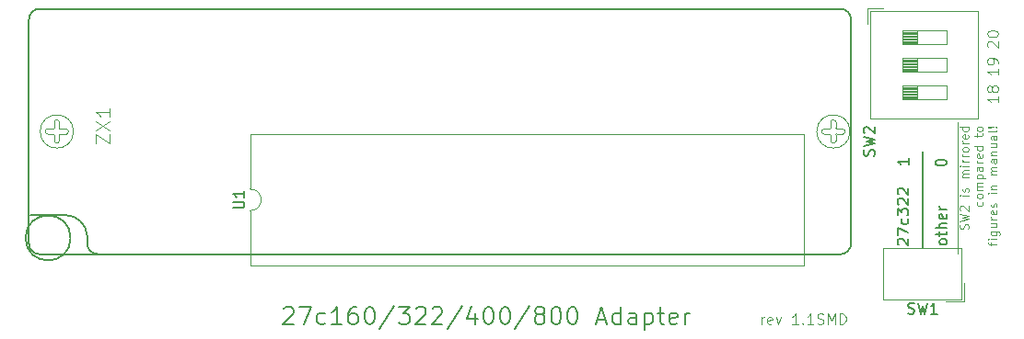
<source format=gbr>
%TF.GenerationSoftware,KiCad,Pcbnew,5.1.10*%
%TF.CreationDate,2022-01-31T09:35:24+01:00*%
%TF.ProjectId,27C160_Adapter,32374331-3630-45f4-9164-61707465722e,1.1SMD*%
%TF.SameCoordinates,Original*%
%TF.FileFunction,Legend,Top*%
%TF.FilePolarity,Positive*%
%FSLAX46Y46*%
G04 Gerber Fmt 4.6, Leading zero omitted, Abs format (unit mm)*
G04 Created by KiCad (PCBNEW 5.1.10) date 2022-01-31 09:35:24*
%MOMM*%
%LPD*%
G01*
G04 APERTURE LIST*
%ADD10C,0.100000*%
%ADD11C,0.150000*%
%ADD12C,0.134112*%
%ADD13C,0.081280*%
%ADD14C,0.101600*%
%ADD15C,0.203200*%
%ADD16C,0.120000*%
G04 APERTURE END LIST*
D10*
X193790000Y-95250000D02*
X193790000Y-107380000D01*
X194773809Y-105095000D02*
X194811904Y-104980714D01*
X194811904Y-104790238D01*
X194773809Y-104714047D01*
X194735714Y-104675952D01*
X194659523Y-104637857D01*
X194583333Y-104637857D01*
X194507142Y-104675952D01*
X194469047Y-104714047D01*
X194430952Y-104790238D01*
X194392857Y-104942619D01*
X194354761Y-105018809D01*
X194316666Y-105056904D01*
X194240476Y-105095000D01*
X194164285Y-105095000D01*
X194088095Y-105056904D01*
X194050000Y-105018809D01*
X194011904Y-104942619D01*
X194011904Y-104752142D01*
X194050000Y-104637857D01*
X194011904Y-104371190D02*
X194811904Y-104180714D01*
X194240476Y-104028333D01*
X194811904Y-103875952D01*
X194011904Y-103685476D01*
X194088095Y-103418809D02*
X194050000Y-103380714D01*
X194011904Y-103304523D01*
X194011904Y-103114047D01*
X194050000Y-103037857D01*
X194088095Y-102999761D01*
X194164285Y-102961666D01*
X194240476Y-102961666D01*
X194354761Y-102999761D01*
X194811904Y-103456904D01*
X194811904Y-102961666D01*
X194811904Y-102009285D02*
X194278571Y-102009285D01*
X194011904Y-102009285D02*
X194050000Y-102047380D01*
X194088095Y-102009285D01*
X194050000Y-101971190D01*
X194011904Y-102009285D01*
X194088095Y-102009285D01*
X194773809Y-101666428D02*
X194811904Y-101590238D01*
X194811904Y-101437857D01*
X194773809Y-101361666D01*
X194697619Y-101323571D01*
X194659523Y-101323571D01*
X194583333Y-101361666D01*
X194545238Y-101437857D01*
X194545238Y-101552142D01*
X194507142Y-101628333D01*
X194430952Y-101666428D01*
X194392857Y-101666428D01*
X194316666Y-101628333D01*
X194278571Y-101552142D01*
X194278571Y-101437857D01*
X194316666Y-101361666D01*
X194811904Y-100371190D02*
X194278571Y-100371190D01*
X194354761Y-100371190D02*
X194316666Y-100333095D01*
X194278571Y-100256904D01*
X194278571Y-100142619D01*
X194316666Y-100066428D01*
X194392857Y-100028333D01*
X194811904Y-100028333D01*
X194392857Y-100028333D02*
X194316666Y-99990238D01*
X194278571Y-99914047D01*
X194278571Y-99799761D01*
X194316666Y-99723571D01*
X194392857Y-99685476D01*
X194811904Y-99685476D01*
X194811904Y-99304523D02*
X194278571Y-99304523D01*
X194011904Y-99304523D02*
X194050000Y-99342619D01*
X194088095Y-99304523D01*
X194050000Y-99266428D01*
X194011904Y-99304523D01*
X194088095Y-99304523D01*
X194811904Y-98923571D02*
X194278571Y-98923571D01*
X194430952Y-98923571D02*
X194354761Y-98885476D01*
X194316666Y-98847380D01*
X194278571Y-98771190D01*
X194278571Y-98695000D01*
X194811904Y-98428333D02*
X194278571Y-98428333D01*
X194430952Y-98428333D02*
X194354761Y-98390238D01*
X194316666Y-98352142D01*
X194278571Y-98275952D01*
X194278571Y-98199761D01*
X194811904Y-97818809D02*
X194773809Y-97895000D01*
X194735714Y-97933095D01*
X194659523Y-97971190D01*
X194430952Y-97971190D01*
X194354761Y-97933095D01*
X194316666Y-97895000D01*
X194278571Y-97818809D01*
X194278571Y-97704523D01*
X194316666Y-97628333D01*
X194354761Y-97590238D01*
X194430952Y-97552142D01*
X194659523Y-97552142D01*
X194735714Y-97590238D01*
X194773809Y-97628333D01*
X194811904Y-97704523D01*
X194811904Y-97818809D01*
X194811904Y-97209285D02*
X194278571Y-97209285D01*
X194430952Y-97209285D02*
X194354761Y-97171190D01*
X194316666Y-97133095D01*
X194278571Y-97056904D01*
X194278571Y-96980714D01*
X194773809Y-96409285D02*
X194811904Y-96485476D01*
X194811904Y-96637857D01*
X194773809Y-96714047D01*
X194697619Y-96752142D01*
X194392857Y-96752142D01*
X194316666Y-96714047D01*
X194278571Y-96637857D01*
X194278571Y-96485476D01*
X194316666Y-96409285D01*
X194392857Y-96371190D01*
X194469047Y-96371190D01*
X194545238Y-96752142D01*
X194811904Y-95685476D02*
X194011904Y-95685476D01*
X194773809Y-95685476D02*
X194811904Y-95761666D01*
X194811904Y-95914047D01*
X194773809Y-95990238D01*
X194735714Y-96028333D01*
X194659523Y-96066428D01*
X194430952Y-96066428D01*
X194354761Y-96028333D01*
X194316666Y-95990238D01*
X194278571Y-95914047D01*
X194278571Y-95761666D01*
X194316666Y-95685476D01*
X196073809Y-102580714D02*
X196111904Y-102656904D01*
X196111904Y-102809285D01*
X196073809Y-102885476D01*
X196035714Y-102923571D01*
X195959523Y-102961666D01*
X195730952Y-102961666D01*
X195654761Y-102923571D01*
X195616666Y-102885476D01*
X195578571Y-102809285D01*
X195578571Y-102656904D01*
X195616666Y-102580714D01*
X196111904Y-102123571D02*
X196073809Y-102199761D01*
X196035714Y-102237857D01*
X195959523Y-102275952D01*
X195730952Y-102275952D01*
X195654761Y-102237857D01*
X195616666Y-102199761D01*
X195578571Y-102123571D01*
X195578571Y-102009285D01*
X195616666Y-101933095D01*
X195654761Y-101895000D01*
X195730952Y-101856904D01*
X195959523Y-101856904D01*
X196035714Y-101895000D01*
X196073809Y-101933095D01*
X196111904Y-102009285D01*
X196111904Y-102123571D01*
X196111904Y-101514047D02*
X195578571Y-101514047D01*
X195654761Y-101514047D02*
X195616666Y-101475952D01*
X195578571Y-101399761D01*
X195578571Y-101285476D01*
X195616666Y-101209285D01*
X195692857Y-101171190D01*
X196111904Y-101171190D01*
X195692857Y-101171190D02*
X195616666Y-101133095D01*
X195578571Y-101056904D01*
X195578571Y-100942619D01*
X195616666Y-100866428D01*
X195692857Y-100828333D01*
X196111904Y-100828333D01*
X195578571Y-100447380D02*
X196378571Y-100447380D01*
X195616666Y-100447380D02*
X195578571Y-100371190D01*
X195578571Y-100218809D01*
X195616666Y-100142619D01*
X195654761Y-100104523D01*
X195730952Y-100066428D01*
X195959523Y-100066428D01*
X196035714Y-100104523D01*
X196073809Y-100142619D01*
X196111904Y-100218809D01*
X196111904Y-100371190D01*
X196073809Y-100447380D01*
X196111904Y-99380714D02*
X195692857Y-99380714D01*
X195616666Y-99418809D01*
X195578571Y-99495000D01*
X195578571Y-99647380D01*
X195616666Y-99723571D01*
X196073809Y-99380714D02*
X196111904Y-99456904D01*
X196111904Y-99647380D01*
X196073809Y-99723571D01*
X195997619Y-99761666D01*
X195921428Y-99761666D01*
X195845238Y-99723571D01*
X195807142Y-99647380D01*
X195807142Y-99456904D01*
X195769047Y-99380714D01*
X196111904Y-98999761D02*
X195578571Y-98999761D01*
X195730952Y-98999761D02*
X195654761Y-98961666D01*
X195616666Y-98923571D01*
X195578571Y-98847380D01*
X195578571Y-98771190D01*
X196073809Y-98199761D02*
X196111904Y-98275952D01*
X196111904Y-98428333D01*
X196073809Y-98504523D01*
X195997619Y-98542619D01*
X195692857Y-98542619D01*
X195616666Y-98504523D01*
X195578571Y-98428333D01*
X195578571Y-98275952D01*
X195616666Y-98199761D01*
X195692857Y-98161666D01*
X195769047Y-98161666D01*
X195845238Y-98542619D01*
X196111904Y-97475952D02*
X195311904Y-97475952D01*
X196073809Y-97475952D02*
X196111904Y-97552142D01*
X196111904Y-97704523D01*
X196073809Y-97780714D01*
X196035714Y-97818809D01*
X195959523Y-97856904D01*
X195730952Y-97856904D01*
X195654761Y-97818809D01*
X195616666Y-97780714D01*
X195578571Y-97704523D01*
X195578571Y-97552142D01*
X195616666Y-97475952D01*
X195578571Y-96599761D02*
X195578571Y-96295000D01*
X195311904Y-96485476D02*
X195997619Y-96485476D01*
X196073809Y-96447380D01*
X196111904Y-96371190D01*
X196111904Y-96295000D01*
X196111904Y-95914047D02*
X196073809Y-95990238D01*
X196035714Y-96028333D01*
X195959523Y-96066428D01*
X195730952Y-96066428D01*
X195654761Y-96028333D01*
X195616666Y-95990238D01*
X195578571Y-95914047D01*
X195578571Y-95799761D01*
X195616666Y-95723571D01*
X195654761Y-95685476D01*
X195730952Y-95647380D01*
X195959523Y-95647380D01*
X196035714Y-95685476D01*
X196073809Y-95723571D01*
X196111904Y-95799761D01*
X196111904Y-95914047D01*
X196878571Y-106618809D02*
X196878571Y-106314047D01*
X197411904Y-106504523D02*
X196726190Y-106504523D01*
X196650000Y-106466428D01*
X196611904Y-106390238D01*
X196611904Y-106314047D01*
X197411904Y-106047380D02*
X196878571Y-106047380D01*
X196611904Y-106047380D02*
X196650000Y-106085476D01*
X196688095Y-106047380D01*
X196650000Y-106009285D01*
X196611904Y-106047380D01*
X196688095Y-106047380D01*
X196878571Y-105323571D02*
X197526190Y-105323571D01*
X197602380Y-105361666D01*
X197640476Y-105399761D01*
X197678571Y-105475952D01*
X197678571Y-105590238D01*
X197640476Y-105666428D01*
X197373809Y-105323571D02*
X197411904Y-105399761D01*
X197411904Y-105552142D01*
X197373809Y-105628333D01*
X197335714Y-105666428D01*
X197259523Y-105704523D01*
X197030952Y-105704523D01*
X196954761Y-105666428D01*
X196916666Y-105628333D01*
X196878571Y-105552142D01*
X196878571Y-105399761D01*
X196916666Y-105323571D01*
X196878571Y-104599761D02*
X197411904Y-104599761D01*
X196878571Y-104942619D02*
X197297619Y-104942619D01*
X197373809Y-104904523D01*
X197411904Y-104828333D01*
X197411904Y-104714047D01*
X197373809Y-104637857D01*
X197335714Y-104599761D01*
X197411904Y-104218809D02*
X196878571Y-104218809D01*
X197030952Y-104218809D02*
X196954761Y-104180714D01*
X196916666Y-104142619D01*
X196878571Y-104066428D01*
X196878571Y-103990238D01*
X197373809Y-103418809D02*
X197411904Y-103495000D01*
X197411904Y-103647380D01*
X197373809Y-103723571D01*
X197297619Y-103761666D01*
X196992857Y-103761666D01*
X196916666Y-103723571D01*
X196878571Y-103647380D01*
X196878571Y-103495000D01*
X196916666Y-103418809D01*
X196992857Y-103380714D01*
X197069047Y-103380714D01*
X197145238Y-103761666D01*
X197373809Y-103075952D02*
X197411904Y-102999761D01*
X197411904Y-102847380D01*
X197373809Y-102771190D01*
X197297619Y-102733095D01*
X197259523Y-102733095D01*
X197183333Y-102771190D01*
X197145238Y-102847380D01*
X197145238Y-102961666D01*
X197107142Y-103037857D01*
X197030952Y-103075952D01*
X196992857Y-103075952D01*
X196916666Y-103037857D01*
X196878571Y-102961666D01*
X196878571Y-102847380D01*
X196916666Y-102771190D01*
X197411904Y-101780714D02*
X196878571Y-101780714D01*
X196611904Y-101780714D02*
X196650000Y-101818809D01*
X196688095Y-101780714D01*
X196650000Y-101742619D01*
X196611904Y-101780714D01*
X196688095Y-101780714D01*
X196878571Y-101399761D02*
X197411904Y-101399761D01*
X196954761Y-101399761D02*
X196916666Y-101361666D01*
X196878571Y-101285476D01*
X196878571Y-101171190D01*
X196916666Y-101095000D01*
X196992857Y-101056904D01*
X197411904Y-101056904D01*
X197411904Y-100066428D02*
X196878571Y-100066428D01*
X196954761Y-100066428D02*
X196916666Y-100028333D01*
X196878571Y-99952142D01*
X196878571Y-99837857D01*
X196916666Y-99761666D01*
X196992857Y-99723571D01*
X197411904Y-99723571D01*
X196992857Y-99723571D02*
X196916666Y-99685476D01*
X196878571Y-99609285D01*
X196878571Y-99495000D01*
X196916666Y-99418809D01*
X196992857Y-99380714D01*
X197411904Y-99380714D01*
X197411904Y-98656904D02*
X196992857Y-98656904D01*
X196916666Y-98695000D01*
X196878571Y-98771190D01*
X196878571Y-98923571D01*
X196916666Y-98999761D01*
X197373809Y-98656904D02*
X197411904Y-98733095D01*
X197411904Y-98923571D01*
X197373809Y-98999761D01*
X197297619Y-99037857D01*
X197221428Y-99037857D01*
X197145238Y-98999761D01*
X197107142Y-98923571D01*
X197107142Y-98733095D01*
X197069047Y-98656904D01*
X196878571Y-98275952D02*
X197411904Y-98275952D01*
X196954761Y-98275952D02*
X196916666Y-98237857D01*
X196878571Y-98161666D01*
X196878571Y-98047380D01*
X196916666Y-97971190D01*
X196992857Y-97933095D01*
X197411904Y-97933095D01*
X196878571Y-97209285D02*
X197411904Y-97209285D01*
X196878571Y-97552142D02*
X197297619Y-97552142D01*
X197373809Y-97514047D01*
X197411904Y-97437857D01*
X197411904Y-97323571D01*
X197373809Y-97247380D01*
X197335714Y-97209285D01*
X197411904Y-96485476D02*
X196992857Y-96485476D01*
X196916666Y-96523571D01*
X196878571Y-96599761D01*
X196878571Y-96752142D01*
X196916666Y-96828333D01*
X197373809Y-96485476D02*
X197411904Y-96561666D01*
X197411904Y-96752142D01*
X197373809Y-96828333D01*
X197297619Y-96866428D01*
X197221428Y-96866428D01*
X197145238Y-96828333D01*
X197107142Y-96752142D01*
X197107142Y-96561666D01*
X197069047Y-96485476D01*
X197411904Y-95990238D02*
X197373809Y-96066428D01*
X197297619Y-96104523D01*
X196611904Y-96104523D01*
X197335714Y-95685476D02*
X197373809Y-95647380D01*
X197411904Y-95685476D01*
X197373809Y-95723571D01*
X197335714Y-95685476D01*
X197411904Y-95685476D01*
X197107142Y-95685476D02*
X196650000Y-95723571D01*
X196611904Y-95685476D01*
X196650000Y-95647380D01*
X197107142Y-95685476D01*
X196611904Y-95685476D01*
D11*
X191782380Y-99033928D02*
X191782380Y-98938690D01*
X191830000Y-98843452D01*
X191877619Y-98795833D01*
X191972857Y-98748214D01*
X192163333Y-98700595D01*
X192401428Y-98700595D01*
X192591904Y-98748214D01*
X192687142Y-98795833D01*
X192734761Y-98843452D01*
X192782380Y-98938690D01*
X192782380Y-99033928D01*
X192734761Y-99129166D01*
X192687142Y-99176785D01*
X192591904Y-99224404D01*
X192401428Y-99272023D01*
X192163333Y-99272023D01*
X191972857Y-99224404D01*
X191877619Y-99176785D01*
X191830000Y-99129166D01*
X191782380Y-99033928D01*
X189302380Y-98570595D02*
X189302380Y-99142023D01*
X189302380Y-98856309D02*
X188302380Y-98856309D01*
X188445238Y-98951547D01*
X188540476Y-99046785D01*
X188588095Y-99142023D01*
D12*
X131880521Y-112453257D02*
X131956358Y-112377420D01*
X132108032Y-112301582D01*
X132487218Y-112301582D01*
X132638892Y-112377420D01*
X132714729Y-112453257D01*
X132790567Y-112604931D01*
X132790567Y-112756605D01*
X132714729Y-112984117D01*
X131804684Y-113894162D01*
X132790567Y-113894162D01*
X133321427Y-112301582D02*
X134383147Y-112301582D01*
X133700612Y-113894162D01*
X135672378Y-113818325D02*
X135520704Y-113894162D01*
X135217355Y-113894162D01*
X135065681Y-113818325D01*
X134989844Y-113742488D01*
X134914007Y-113590814D01*
X134914007Y-113135791D01*
X134989844Y-112984117D01*
X135065681Y-112908280D01*
X135217355Y-112832442D01*
X135520704Y-112832442D01*
X135672378Y-112908280D01*
X137189121Y-113894162D02*
X136279075Y-113894162D01*
X136734098Y-113894162D02*
X136734098Y-112301582D01*
X136582424Y-112529094D01*
X136430749Y-112680768D01*
X136279075Y-112756605D01*
X138554189Y-112301582D02*
X138250841Y-112301582D01*
X138099167Y-112377420D01*
X138023329Y-112453257D01*
X137871655Y-112680768D01*
X137795818Y-112984117D01*
X137795818Y-113590814D01*
X137871655Y-113742488D01*
X137947492Y-113818325D01*
X138099167Y-113894162D01*
X138402515Y-113894162D01*
X138554189Y-113818325D01*
X138630027Y-113742488D01*
X138705864Y-113590814D01*
X138705864Y-113211628D01*
X138630027Y-113059954D01*
X138554189Y-112984117D01*
X138402515Y-112908280D01*
X138099167Y-112908280D01*
X137947492Y-112984117D01*
X137871655Y-113059954D01*
X137795818Y-113211628D01*
X139691747Y-112301582D02*
X139843421Y-112301582D01*
X139995095Y-112377420D01*
X140070932Y-112453257D01*
X140146769Y-112604931D01*
X140222607Y-112908280D01*
X140222607Y-113287465D01*
X140146769Y-113590814D01*
X140070932Y-113742488D01*
X139995095Y-113818325D01*
X139843421Y-113894162D01*
X139691747Y-113894162D01*
X139540072Y-113818325D01*
X139464235Y-113742488D01*
X139388398Y-113590814D01*
X139312561Y-113287465D01*
X139312561Y-112908280D01*
X139388398Y-112604931D01*
X139464235Y-112453257D01*
X139540072Y-112377420D01*
X139691747Y-112301582D01*
X142042698Y-112225745D02*
X140677629Y-114273348D01*
X142421884Y-112301582D02*
X143407767Y-112301582D01*
X142876907Y-112908280D01*
X143104418Y-112908280D01*
X143256092Y-112984117D01*
X143331929Y-113059954D01*
X143407767Y-113211628D01*
X143407767Y-113590814D01*
X143331929Y-113742488D01*
X143256092Y-113818325D01*
X143104418Y-113894162D01*
X142649395Y-113894162D01*
X142497721Y-113818325D01*
X142421884Y-113742488D01*
X144014464Y-112453257D02*
X144090301Y-112377420D01*
X144241975Y-112301582D01*
X144621161Y-112301582D01*
X144772835Y-112377420D01*
X144848672Y-112453257D01*
X144924509Y-112604931D01*
X144924509Y-112756605D01*
X144848672Y-112984117D01*
X143938627Y-113894162D01*
X144924509Y-113894162D01*
X145531207Y-112453257D02*
X145607044Y-112377420D01*
X145758718Y-112301582D01*
X146137904Y-112301582D01*
X146289578Y-112377420D01*
X146365415Y-112453257D01*
X146441252Y-112604931D01*
X146441252Y-112756605D01*
X146365415Y-112984117D01*
X145455369Y-113894162D01*
X146441252Y-113894162D01*
X148261344Y-112225745D02*
X146896275Y-114273348D01*
X149474738Y-112832442D02*
X149474738Y-113894162D01*
X149095552Y-112225745D02*
X148716367Y-113363302D01*
X149702249Y-113363302D01*
X150612295Y-112301582D02*
X150763969Y-112301582D01*
X150915644Y-112377420D01*
X150991481Y-112453257D01*
X151067318Y-112604931D01*
X151143155Y-112908280D01*
X151143155Y-113287465D01*
X151067318Y-113590814D01*
X150991481Y-113742488D01*
X150915644Y-113818325D01*
X150763969Y-113894162D01*
X150612295Y-113894162D01*
X150460621Y-113818325D01*
X150384784Y-113742488D01*
X150308947Y-113590814D01*
X150233109Y-113287465D01*
X150233109Y-112908280D01*
X150308947Y-112604931D01*
X150384784Y-112453257D01*
X150460621Y-112377420D01*
X150612295Y-112301582D01*
X152129038Y-112301582D02*
X152280712Y-112301582D01*
X152432387Y-112377420D01*
X152508224Y-112453257D01*
X152584061Y-112604931D01*
X152659898Y-112908280D01*
X152659898Y-113287465D01*
X152584061Y-113590814D01*
X152508224Y-113742488D01*
X152432387Y-113818325D01*
X152280712Y-113894162D01*
X152129038Y-113894162D01*
X151977364Y-113818325D01*
X151901527Y-113742488D01*
X151825689Y-113590814D01*
X151749852Y-113287465D01*
X151749852Y-112908280D01*
X151825689Y-112604931D01*
X151901527Y-112453257D01*
X151977364Y-112377420D01*
X152129038Y-112301582D01*
X154479989Y-112225745D02*
X153114921Y-114273348D01*
X155238361Y-112984117D02*
X155086687Y-112908280D01*
X155010849Y-112832442D01*
X154935012Y-112680768D01*
X154935012Y-112604931D01*
X155010849Y-112453257D01*
X155086687Y-112377420D01*
X155238361Y-112301582D01*
X155541709Y-112301582D01*
X155693384Y-112377420D01*
X155769221Y-112453257D01*
X155845058Y-112604931D01*
X155845058Y-112680768D01*
X155769221Y-112832442D01*
X155693384Y-112908280D01*
X155541709Y-112984117D01*
X155238361Y-112984117D01*
X155086687Y-113059954D01*
X155010849Y-113135791D01*
X154935012Y-113287465D01*
X154935012Y-113590814D01*
X155010849Y-113742488D01*
X155086687Y-113818325D01*
X155238361Y-113894162D01*
X155541709Y-113894162D01*
X155693384Y-113818325D01*
X155769221Y-113742488D01*
X155845058Y-113590814D01*
X155845058Y-113287465D01*
X155769221Y-113135791D01*
X155693384Y-113059954D01*
X155541709Y-112984117D01*
X156830941Y-112301582D02*
X156982615Y-112301582D01*
X157134289Y-112377420D01*
X157210127Y-112453257D01*
X157285964Y-112604931D01*
X157361801Y-112908280D01*
X157361801Y-113287465D01*
X157285964Y-113590814D01*
X157210127Y-113742488D01*
X157134289Y-113818325D01*
X156982615Y-113894162D01*
X156830941Y-113894162D01*
X156679267Y-113818325D01*
X156603429Y-113742488D01*
X156527592Y-113590814D01*
X156451755Y-113287465D01*
X156451755Y-112908280D01*
X156527592Y-112604931D01*
X156603429Y-112453257D01*
X156679267Y-112377420D01*
X156830941Y-112301582D01*
X158347684Y-112301582D02*
X158499358Y-112301582D01*
X158651032Y-112377420D01*
X158726869Y-112453257D01*
X158802707Y-112604931D01*
X158878544Y-112908280D01*
X158878544Y-113287465D01*
X158802707Y-113590814D01*
X158726869Y-113742488D01*
X158651032Y-113818325D01*
X158499358Y-113894162D01*
X158347684Y-113894162D01*
X158196009Y-113818325D01*
X158120172Y-113742488D01*
X158044335Y-113590814D01*
X157968498Y-113287465D01*
X157968498Y-112908280D01*
X158044335Y-112604931D01*
X158120172Y-112453257D01*
X158196009Y-112377420D01*
X158347684Y-112301582D01*
X160698635Y-113439140D02*
X161457007Y-113439140D01*
X160546961Y-113894162D02*
X161077821Y-112301582D01*
X161608681Y-113894162D01*
X162822075Y-113894162D02*
X162822075Y-112301582D01*
X162822075Y-113818325D02*
X162670401Y-113894162D01*
X162367052Y-113894162D01*
X162215378Y-113818325D01*
X162139541Y-113742488D01*
X162063704Y-113590814D01*
X162063704Y-113135791D01*
X162139541Y-112984117D01*
X162215378Y-112908280D01*
X162367052Y-112832442D01*
X162670401Y-112832442D01*
X162822075Y-112908280D01*
X164262981Y-113894162D02*
X164262981Y-113059954D01*
X164187144Y-112908280D01*
X164035469Y-112832442D01*
X163732121Y-112832442D01*
X163580447Y-112908280D01*
X164262981Y-113818325D02*
X164111307Y-113894162D01*
X163732121Y-113894162D01*
X163580447Y-113818325D01*
X163504609Y-113666651D01*
X163504609Y-113514977D01*
X163580447Y-113363302D01*
X163732121Y-113287465D01*
X164111307Y-113287465D01*
X164262981Y-113211628D01*
X165021352Y-112832442D02*
X165021352Y-114425022D01*
X165021352Y-112908280D02*
X165173027Y-112832442D01*
X165476375Y-112832442D01*
X165628049Y-112908280D01*
X165703887Y-112984117D01*
X165779724Y-113135791D01*
X165779724Y-113590814D01*
X165703887Y-113742488D01*
X165628049Y-113818325D01*
X165476375Y-113894162D01*
X165173027Y-113894162D01*
X165021352Y-113818325D01*
X166234747Y-112832442D02*
X166841444Y-112832442D01*
X166462258Y-112301582D02*
X166462258Y-113666651D01*
X166538095Y-113818325D01*
X166689769Y-113894162D01*
X166841444Y-113894162D01*
X167979001Y-113818325D02*
X167827327Y-113894162D01*
X167523978Y-113894162D01*
X167372304Y-113818325D01*
X167296467Y-113666651D01*
X167296467Y-113059954D01*
X167372304Y-112908280D01*
X167523978Y-112832442D01*
X167827327Y-112832442D01*
X167979001Y-112908280D01*
X168054838Y-113059954D01*
X168054838Y-113211628D01*
X167296467Y-113363302D01*
X168737372Y-113894162D02*
X168737372Y-112832442D01*
X168737372Y-113135791D02*
X168813209Y-112984117D01*
X168889047Y-112908280D01*
X169040721Y-112832442D01*
X169192395Y-112832442D01*
D10*
X197550980Y-92850857D02*
X197550980Y-93422285D01*
X197550980Y-93136571D02*
X196550980Y-93136571D01*
X196693838Y-93231809D01*
X196789076Y-93327047D01*
X196836695Y-93422285D01*
X196979552Y-92279428D02*
X196931933Y-92374666D01*
X196884314Y-92422285D01*
X196789076Y-92469904D01*
X196741457Y-92469904D01*
X196646219Y-92422285D01*
X196598600Y-92374666D01*
X196550980Y-92279428D01*
X196550980Y-92088952D01*
X196598600Y-91993714D01*
X196646219Y-91946095D01*
X196741457Y-91898476D01*
X196789076Y-91898476D01*
X196884314Y-91946095D01*
X196931933Y-91993714D01*
X196979552Y-92088952D01*
X196979552Y-92279428D01*
X197027171Y-92374666D01*
X197074790Y-92422285D01*
X197170028Y-92469904D01*
X197360504Y-92469904D01*
X197455742Y-92422285D01*
X197503361Y-92374666D01*
X197550980Y-92279428D01*
X197550980Y-92088952D01*
X197503361Y-91993714D01*
X197455742Y-91946095D01*
X197360504Y-91898476D01*
X197170028Y-91898476D01*
X197074790Y-91946095D01*
X197027171Y-91993714D01*
X196979552Y-92088952D01*
X197550980Y-90310857D02*
X197550980Y-90882285D01*
X197550980Y-90596571D02*
X196550980Y-90596571D01*
X196693838Y-90691809D01*
X196789076Y-90787047D01*
X196836695Y-90882285D01*
X197550980Y-89834666D02*
X197550980Y-89644190D01*
X197503361Y-89548952D01*
X197455742Y-89501333D01*
X197312885Y-89406095D01*
X197122409Y-89358476D01*
X196741457Y-89358476D01*
X196646219Y-89406095D01*
X196598600Y-89453714D01*
X196550980Y-89548952D01*
X196550980Y-89739428D01*
X196598600Y-89834666D01*
X196646219Y-89882285D01*
X196741457Y-89929904D01*
X196979552Y-89929904D01*
X197074790Y-89882285D01*
X197122409Y-89834666D01*
X197170028Y-89739428D01*
X197170028Y-89548952D01*
X197122409Y-89453714D01*
X197074790Y-89406095D01*
X196979552Y-89358476D01*
X196646219Y-88342285D02*
X196598600Y-88294666D01*
X196550980Y-88199428D01*
X196550980Y-87961333D01*
X196598600Y-87866095D01*
X196646219Y-87818476D01*
X196741457Y-87770857D01*
X196836695Y-87770857D01*
X196979552Y-87818476D01*
X197550980Y-88389904D01*
X197550980Y-87770857D01*
X196550980Y-87151809D02*
X196550980Y-87056571D01*
X196598600Y-86961333D01*
X196646219Y-86913714D01*
X196741457Y-86866095D01*
X196931933Y-86818476D01*
X197170028Y-86818476D01*
X197360504Y-86866095D01*
X197455742Y-86913714D01*
X197503361Y-86961333D01*
X197550980Y-87056571D01*
X197550980Y-87151809D01*
X197503361Y-87247047D01*
X197455742Y-87294666D01*
X197360504Y-87342285D01*
X197170028Y-87389904D01*
X196931933Y-87389904D01*
X196741457Y-87342285D01*
X196646219Y-87294666D01*
X196598600Y-87247047D01*
X196550980Y-87151809D01*
D11*
X190603600Y-106843900D02*
X190603600Y-98000000D01*
X188381219Y-106555923D02*
X188333600Y-106508304D01*
X188285980Y-106413066D01*
X188285980Y-106174971D01*
X188333600Y-106079733D01*
X188381219Y-106032114D01*
X188476457Y-105984495D01*
X188571695Y-105984495D01*
X188714552Y-106032114D01*
X189285980Y-106603542D01*
X189285980Y-105984495D01*
X188285980Y-105651161D02*
X188285980Y-104984495D01*
X189285980Y-105413066D01*
X189238361Y-104174971D02*
X189285980Y-104270209D01*
X189285980Y-104460685D01*
X189238361Y-104555923D01*
X189190742Y-104603542D01*
X189095504Y-104651161D01*
X188809790Y-104651161D01*
X188714552Y-104603542D01*
X188666933Y-104555923D01*
X188619314Y-104460685D01*
X188619314Y-104270209D01*
X188666933Y-104174971D01*
X188285980Y-103841638D02*
X188285980Y-103222590D01*
X188666933Y-103555923D01*
X188666933Y-103413066D01*
X188714552Y-103317828D01*
X188762171Y-103270209D01*
X188857409Y-103222590D01*
X189095504Y-103222590D01*
X189190742Y-103270209D01*
X189238361Y-103317828D01*
X189285980Y-103413066D01*
X189285980Y-103698780D01*
X189238361Y-103794019D01*
X189190742Y-103841638D01*
X188381219Y-102841638D02*
X188333600Y-102794019D01*
X188285980Y-102698780D01*
X188285980Y-102460685D01*
X188333600Y-102365447D01*
X188381219Y-102317828D01*
X188476457Y-102270209D01*
X188571695Y-102270209D01*
X188714552Y-102317828D01*
X189285980Y-102889257D01*
X189285980Y-102270209D01*
X188381219Y-101889257D02*
X188333600Y-101841638D01*
X188285980Y-101746400D01*
X188285980Y-101508304D01*
X188333600Y-101413066D01*
X188381219Y-101365447D01*
X188476457Y-101317828D01*
X188571695Y-101317828D01*
X188714552Y-101365447D01*
X189285980Y-101936876D01*
X189285980Y-101317828D01*
X192825980Y-106365447D02*
X192778361Y-106460685D01*
X192730742Y-106508304D01*
X192635504Y-106555923D01*
X192349790Y-106555923D01*
X192254552Y-106508304D01*
X192206933Y-106460685D01*
X192159314Y-106365447D01*
X192159314Y-106222590D01*
X192206933Y-106127352D01*
X192254552Y-106079733D01*
X192349790Y-106032114D01*
X192635504Y-106032114D01*
X192730742Y-106079733D01*
X192778361Y-106127352D01*
X192825980Y-106222590D01*
X192825980Y-106365447D01*
X192159314Y-105746400D02*
X192159314Y-105365447D01*
X191825980Y-105603542D02*
X192683123Y-105603542D01*
X192778361Y-105555923D01*
X192825980Y-105460685D01*
X192825980Y-105365447D01*
X192825980Y-105032114D02*
X191825980Y-105032114D01*
X192825980Y-104603542D02*
X192302171Y-104603542D01*
X192206933Y-104651161D01*
X192159314Y-104746400D01*
X192159314Y-104889257D01*
X192206933Y-104984495D01*
X192254552Y-105032114D01*
X192778361Y-103746400D02*
X192825980Y-103841638D01*
X192825980Y-104032114D01*
X192778361Y-104127352D01*
X192683123Y-104174971D01*
X192302171Y-104174971D01*
X192206933Y-104127352D01*
X192159314Y-104032114D01*
X192159314Y-103841638D01*
X192206933Y-103746400D01*
X192302171Y-103698780D01*
X192397409Y-103698780D01*
X192492647Y-104174971D01*
X192825980Y-103270209D02*
X192159314Y-103270209D01*
X192349790Y-103270209D02*
X192254552Y-103222590D01*
X192206933Y-103174971D01*
X192159314Y-103079733D01*
X192159314Y-102984495D01*
D13*
X175772641Y-113854038D02*
X175772641Y-113210571D01*
X175772641Y-113394419D02*
X175818603Y-113302495D01*
X175864565Y-113256533D01*
X175956489Y-113210571D01*
X176048412Y-113210571D01*
X176737841Y-113808076D02*
X176645917Y-113854038D01*
X176462070Y-113854038D01*
X176370146Y-113808076D01*
X176324184Y-113716152D01*
X176324184Y-113348457D01*
X176370146Y-113256533D01*
X176462070Y-113210571D01*
X176645917Y-113210571D01*
X176737841Y-113256533D01*
X176783803Y-113348457D01*
X176783803Y-113440380D01*
X176324184Y-113532304D01*
X177105536Y-113210571D02*
X177335346Y-113854038D01*
X177565155Y-113210571D01*
X179173822Y-113854038D02*
X178622279Y-113854038D01*
X178898051Y-113854038D02*
X178898051Y-112888838D01*
X178806127Y-113026723D01*
X178714203Y-113118647D01*
X178622279Y-113164609D01*
X179587479Y-113762114D02*
X179633441Y-113808076D01*
X179587479Y-113854038D01*
X179541517Y-113808076D01*
X179587479Y-113762114D01*
X179587479Y-113854038D01*
X180552679Y-113854038D02*
X180001136Y-113854038D01*
X180276908Y-113854038D02*
X180276908Y-112888838D01*
X180184984Y-113026723D01*
X180093060Y-113118647D01*
X180001136Y-113164609D01*
X180920374Y-113808076D02*
X181058260Y-113854038D01*
X181288070Y-113854038D01*
X181379993Y-113808076D01*
X181425955Y-113762114D01*
X181471917Y-113670190D01*
X181471917Y-113578266D01*
X181425955Y-113486342D01*
X181379993Y-113440380D01*
X181288070Y-113394419D01*
X181104222Y-113348457D01*
X181012298Y-113302495D01*
X180966336Y-113256533D01*
X180920374Y-113164609D01*
X180920374Y-113072685D01*
X180966336Y-112980761D01*
X181012298Y-112934800D01*
X181104222Y-112888838D01*
X181334032Y-112888838D01*
X181471917Y-112934800D01*
X181885574Y-113854038D02*
X181885574Y-112888838D01*
X182207308Y-113578266D01*
X182529041Y-112888838D01*
X182529041Y-113854038D01*
X182988660Y-113854038D02*
X182988660Y-112888838D01*
X183218470Y-112888838D01*
X183356355Y-112934800D01*
X183448279Y-113026723D01*
X183494241Y-113118647D01*
X183540203Y-113302495D01*
X183540203Y-113440380D01*
X183494241Y-113624228D01*
X183448279Y-113716152D01*
X183356355Y-113808076D01*
X183218470Y-113854038D01*
X182988660Y-113854038D01*
D14*
%TO.C,ZX1*%
X183923940Y-96113600D02*
G75*
G03*
X183923940Y-96113600I-1529080J0D01*
G01*
D15*
X112257840Y-105923080D02*
G75*
G03*
X112257840Y-105923080I-2070100J0D01*
G01*
D14*
X112527080Y-96113600D02*
G75*
G03*
X112527080Y-96113600I-1529080J0D01*
G01*
X183245760Y-96342200D02*
X182694580Y-96342200D01*
X182704740Y-95885000D02*
X183245760Y-95885000D01*
X182163720Y-96961960D02*
X182163720Y-96413320D01*
X182626000Y-96423480D02*
X182626000Y-96961960D01*
X181543960Y-95885000D02*
X182095140Y-95885000D01*
X182084980Y-96342200D02*
X181543960Y-96342200D01*
X182626000Y-95265240D02*
X182626000Y-95813880D01*
X182163720Y-95803720D02*
X182163720Y-95265240D01*
X111846360Y-96342200D02*
X111297720Y-96342200D01*
X111307880Y-95885000D02*
X111846360Y-95885000D01*
X110766860Y-96961960D02*
X110766860Y-96413320D01*
X111226600Y-96423480D02*
X111226600Y-96961960D01*
X110147100Y-95885000D02*
X110698280Y-95885000D01*
X110688120Y-96342200D02*
X110147100Y-96342200D01*
D15*
X113786920Y-105773220D02*
X113786920Y-106423460D01*
X108536740Y-103822500D02*
X111787940Y-103822500D01*
D14*
X111226600Y-95265240D02*
X111226600Y-95813880D01*
X110766860Y-95803720D02*
X110766860Y-95265240D01*
D15*
X108427520Y-106423460D02*
X108427520Y-85803740D01*
X114838480Y-107421680D02*
X109428280Y-107421680D01*
X183024780Y-107421680D02*
X114838480Y-107421680D01*
X184025540Y-85803740D02*
X184025540Y-106423460D01*
X109428280Y-84805520D02*
X183024780Y-84805520D01*
D14*
X182623460Y-95813880D02*
G75*
G03*
X182694580Y-95885000I71120J0D01*
G01*
X182694580Y-96344740D02*
G75*
G03*
X182626000Y-96413320I0J-68580D01*
G01*
X183245760Y-96342200D02*
G75*
G03*
X183474360Y-96113600I0J228600D01*
G01*
X183474360Y-96113600D02*
G75*
G03*
X183245760Y-95885000I-228600J0D01*
G01*
X182163720Y-96961960D02*
G75*
G03*
X182394860Y-97193100I231140J0D01*
G01*
X182394860Y-97193100D02*
G75*
G03*
X182626000Y-96961960I0J231140D01*
G01*
X182156100Y-96413320D02*
G75*
G03*
X182084980Y-96342200I-71120J0D01*
G01*
X182095140Y-95882460D02*
G75*
G03*
X182163720Y-95813880I0J68580D01*
G01*
X181543960Y-95885000D02*
G75*
G03*
X181315360Y-96113600I0J-228600D01*
G01*
X181315360Y-96113600D02*
G75*
G03*
X181543960Y-96342200I228600J0D01*
G01*
X182626000Y-95265240D02*
G75*
G03*
X182394860Y-95034100I-231140J0D01*
G01*
X182394860Y-95034100D02*
G75*
G03*
X182163720Y-95265240I0J-231140D01*
G01*
X111226600Y-95813880D02*
G75*
G03*
X111297720Y-95885000I71120J0D01*
G01*
X111297720Y-96342200D02*
G75*
G03*
X111226600Y-96413320I0J-71120D01*
G01*
X111846360Y-96344740D02*
G75*
G03*
X112077500Y-96113600I0J231140D01*
G01*
X112074960Y-96113600D02*
G75*
G03*
X111846360Y-95885000I-228600J0D01*
G01*
X110766860Y-96961960D02*
G75*
G03*
X110998000Y-97193100I231140J0D01*
G01*
X110998000Y-97190560D02*
G75*
G03*
X111226600Y-96961960I0J228600D01*
G01*
X110759240Y-96413320D02*
G75*
G03*
X110688120Y-96342200I-71120J0D01*
G01*
X110698280Y-95882460D02*
G75*
G03*
X110766860Y-95813880I0J68580D01*
G01*
X110147100Y-95885000D02*
G75*
G03*
X109918500Y-96113600I0J-228600D01*
G01*
X109918500Y-96113600D02*
G75*
G03*
X110147100Y-96342200I228600J0D01*
G01*
D15*
X113788175Y-106427181D02*
G75*
G03*
X114838480Y-107421680I999505J3721D01*
G01*
X113788774Y-105771626D02*
G75*
G03*
X111787940Y-103822500I-2000834J-52394D01*
G01*
D14*
X111229140Y-95265240D02*
G75*
G03*
X110998000Y-95034100I-231140J0D01*
G01*
X110998000Y-95034100D02*
G75*
G03*
X110766860Y-95265240I0J-231140D01*
G01*
D15*
X108430060Y-106423460D02*
G75*
G03*
X109428280Y-107421680I998220J0D01*
G01*
X183024780Y-107424220D02*
G75*
G03*
X184025540Y-106423460I0J1000760D01*
G01*
X184023000Y-85803740D02*
G75*
G03*
X183024780Y-84805520I-998220J0D01*
G01*
X109428280Y-84802980D02*
G75*
G03*
X108427520Y-85803740I0J-1000760D01*
G01*
D16*
%TO.C,U1*%
X128780000Y-96350000D02*
X128780000Y-101410000D01*
X179700000Y-96350000D02*
X128780000Y-96350000D01*
X179700000Y-108470000D02*
X179700000Y-96350000D01*
X128780000Y-108470000D02*
X179700000Y-108470000D01*
X128780000Y-103410000D02*
X128780000Y-108470000D01*
X128780000Y-101410000D02*
G75*
G02*
X128780000Y-103410000I0J-1000000D01*
G01*
%TO.C,SW1*%
X194440000Y-111800000D02*
X192700000Y-111800000D01*
X194440000Y-110060000D02*
X194440000Y-111800000D01*
X187000000Y-111560000D02*
X194200000Y-111560000D01*
X187000000Y-106860000D02*
X187000000Y-111560000D01*
X194200000Y-106860000D02*
X187000000Y-106860000D01*
X194200000Y-111560000D02*
X194200000Y-106860000D01*
%TO.C,SW2*%
X190073333Y-91885000D02*
X190073333Y-93155000D01*
X188720000Y-93085000D02*
X190073333Y-93085000D01*
X188720000Y-92965000D02*
X190073333Y-92965000D01*
X188720000Y-92845000D02*
X190073333Y-92845000D01*
X188720000Y-92725000D02*
X190073333Y-92725000D01*
X188720000Y-92605000D02*
X190073333Y-92605000D01*
X188720000Y-92485000D02*
X190073333Y-92485000D01*
X188720000Y-92365000D02*
X190073333Y-92365000D01*
X188720000Y-92245000D02*
X190073333Y-92245000D01*
X188720000Y-92125000D02*
X190073333Y-92125000D01*
X188720000Y-92005000D02*
X190073333Y-92005000D01*
X192780000Y-91885000D02*
X188720000Y-91885000D01*
X192780000Y-93155000D02*
X192780000Y-91885000D01*
X188720000Y-93155000D02*
X192780000Y-93155000D01*
X188720000Y-91885000D02*
X188720000Y-93155000D01*
X190073333Y-89345000D02*
X190073333Y-90615000D01*
X188720000Y-90545000D02*
X190073333Y-90545000D01*
X188720000Y-90425000D02*
X190073333Y-90425000D01*
X188720000Y-90305000D02*
X190073333Y-90305000D01*
X188720000Y-90185000D02*
X190073333Y-90185000D01*
X188720000Y-90065000D02*
X190073333Y-90065000D01*
X188720000Y-89945000D02*
X190073333Y-89945000D01*
X188720000Y-89825000D02*
X190073333Y-89825000D01*
X188720000Y-89705000D02*
X190073333Y-89705000D01*
X188720000Y-89585000D02*
X190073333Y-89585000D01*
X188720000Y-89465000D02*
X190073333Y-89465000D01*
X192780000Y-89345000D02*
X188720000Y-89345000D01*
X192780000Y-90615000D02*
X192780000Y-89345000D01*
X188720000Y-90615000D02*
X192780000Y-90615000D01*
X188720000Y-89345000D02*
X188720000Y-90615000D01*
X190073333Y-86805000D02*
X190073333Y-88075000D01*
X188720000Y-88005000D02*
X190073333Y-88005000D01*
X188720000Y-87885000D02*
X190073333Y-87885000D01*
X188720000Y-87765000D02*
X190073333Y-87765000D01*
X188720000Y-87645000D02*
X190073333Y-87645000D01*
X188720000Y-87525000D02*
X190073333Y-87525000D01*
X188720000Y-87405000D02*
X190073333Y-87405000D01*
X188720000Y-87285000D02*
X190073333Y-87285000D01*
X188720000Y-87165000D02*
X190073333Y-87165000D01*
X188720000Y-87045000D02*
X190073333Y-87045000D01*
X188720000Y-86925000D02*
X190073333Y-86925000D01*
X192780000Y-86805000D02*
X188720000Y-86805000D01*
X192780000Y-88075000D02*
X192780000Y-86805000D01*
X188720000Y-88075000D02*
X192780000Y-88075000D01*
X188720000Y-86805000D02*
X188720000Y-88075000D01*
X185560000Y-84780000D02*
X185560000Y-86163000D01*
X185560000Y-84780000D02*
X186944000Y-84780000D01*
X195700000Y-85020000D02*
X195700000Y-94940000D01*
X185800000Y-85020000D02*
X185800000Y-94940000D01*
X185800000Y-94940000D02*
X195700000Y-94940000D01*
X185800000Y-85020000D02*
X195700000Y-85020000D01*
%TO.C,ZX1*%
D14*
X114614523Y-97192857D02*
X114614523Y-96346190D01*
X115884523Y-97192857D01*
X115884523Y-96346190D01*
X114614523Y-95983333D02*
X115884523Y-95136666D01*
X114614523Y-95136666D02*
X115884523Y-95983333D01*
X115884523Y-93987619D02*
X115884523Y-94713333D01*
X115884523Y-94350476D02*
X114614523Y-94350476D01*
X114795952Y-94471428D01*
X114916904Y-94592380D01*
X114977380Y-94713333D01*
%TO.C,U1*%
D11*
X127232380Y-103171904D02*
X128041904Y-103171904D01*
X128137142Y-103124285D01*
X128184761Y-103076666D01*
X128232380Y-102981428D01*
X128232380Y-102790952D01*
X128184761Y-102695714D01*
X128137142Y-102648095D01*
X128041904Y-102600476D01*
X127232380Y-102600476D01*
X128232380Y-101600476D02*
X128232380Y-102171904D01*
X128232380Y-101886190D02*
X127232380Y-101886190D01*
X127375238Y-101981428D01*
X127470476Y-102076666D01*
X127518095Y-102171904D01*
%TO.C,SW1*%
X189266666Y-112864761D02*
X189409523Y-112912380D01*
X189647619Y-112912380D01*
X189742857Y-112864761D01*
X189790476Y-112817142D01*
X189838095Y-112721904D01*
X189838095Y-112626666D01*
X189790476Y-112531428D01*
X189742857Y-112483809D01*
X189647619Y-112436190D01*
X189457142Y-112388571D01*
X189361904Y-112340952D01*
X189314285Y-112293333D01*
X189266666Y-112198095D01*
X189266666Y-112102857D01*
X189314285Y-112007619D01*
X189361904Y-111960000D01*
X189457142Y-111912380D01*
X189695238Y-111912380D01*
X189838095Y-111960000D01*
X190171428Y-111912380D02*
X190409523Y-112912380D01*
X190600000Y-112198095D01*
X190790476Y-112912380D01*
X191028571Y-111912380D01*
X191933333Y-112912380D02*
X191361904Y-112912380D01*
X191647619Y-112912380D02*
X191647619Y-111912380D01*
X191552380Y-112055238D01*
X191457142Y-112150476D01*
X191361904Y-112198095D01*
%TO.C,SW2*%
X186124761Y-98353333D02*
X186172380Y-98210476D01*
X186172380Y-97972380D01*
X186124761Y-97877142D01*
X186077142Y-97829523D01*
X185981904Y-97781904D01*
X185886666Y-97781904D01*
X185791428Y-97829523D01*
X185743809Y-97877142D01*
X185696190Y-97972380D01*
X185648571Y-98162857D01*
X185600952Y-98258095D01*
X185553333Y-98305714D01*
X185458095Y-98353333D01*
X185362857Y-98353333D01*
X185267619Y-98305714D01*
X185220000Y-98258095D01*
X185172380Y-98162857D01*
X185172380Y-97924761D01*
X185220000Y-97781904D01*
X185172380Y-97448571D02*
X186172380Y-97210476D01*
X185458095Y-97020000D01*
X186172380Y-96829523D01*
X185172380Y-96591428D01*
X185267619Y-96258095D02*
X185220000Y-96210476D01*
X185172380Y-96115238D01*
X185172380Y-95877142D01*
X185220000Y-95781904D01*
X185267619Y-95734285D01*
X185362857Y-95686666D01*
X185458095Y-95686666D01*
X185600952Y-95734285D01*
X186172380Y-96305714D01*
X186172380Y-95686666D01*
%TD*%
M02*

</source>
